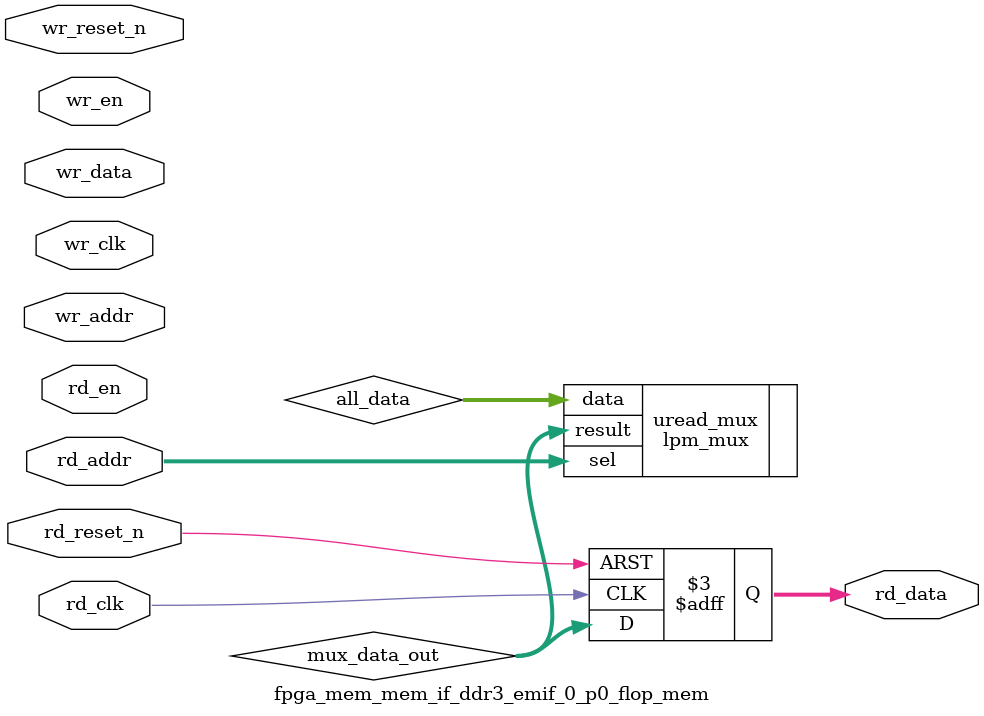
<source format=v>



`timescale 1 ps / 1 ps

(* altera_attribute = "-name ALLOW_SYNCH_CTRL_USAGE ON;-name AUTO_CLOCK_ENABLE_RECOGNITION ON" *)
module fpga_mem_mem_if_ddr3_emif_0_p0_flop_mem(
	wr_reset_n,
	wr_clk,
	wr_en,
	wr_addr,
	wr_data,
	rd_reset_n,
	rd_clk,
	rd_en,
	rd_addr,
	rd_data
);

parameter WRITE_MEM_DEPTH	= "";
parameter WRITE_ADDR_WIDTH	= "";
parameter WRITE_DATA_WIDTH	= "";
parameter READ_MEM_DEPTH	= "";
parameter READ_ADDR_WIDTH	= "";		 
parameter READ_DATA_WIDTH	= "";


input	wr_reset_n;
input	wr_clk;
input	wr_en;
input	[WRITE_ADDR_WIDTH-1:0] wr_addr;
input	[WRITE_DATA_WIDTH-1:0] wr_data;
input	rd_reset_n;
input	rd_clk;
input	rd_en;
input	[READ_ADDR_WIDTH-1:0] rd_addr;
output	[READ_DATA_WIDTH-1:0] rd_data;



wire	[WRITE_DATA_WIDTH*WRITE_MEM_DEPTH-1:0] all_data;
wire	[READ_DATA_WIDTH-1:0] mux_data_out;



// declare a memory with WRITE_MEM_DEPTH entries
// each entry contains a data size of WRITE_DATA_WIDTH
reg	[WRITE_DATA_WIDTH-1:0] data_stored [0:WRITE_MEM_DEPTH-1] /* synthesis syn_preserve = 1 */;
reg	[READ_DATA_WIDTH-1:0] rd_data;

generate
genvar entry;
	for (entry=0; entry < WRITE_MEM_DEPTH; entry=entry+1)
	begin: mem_location
		assign all_data[(WRITE_DATA_WIDTH*(entry+1)-1) : (WRITE_DATA_WIDTH*entry)] = data_stored[entry]; 
		
		always @(posedge wr_clk or negedge wr_reset_n)
		begin
			if (~wr_reset_n) begin
				data_stored[entry] <= {WRITE_DATA_WIDTH{1'b0}};
			end else begin
				if (wr_en) begin
					if (entry == wr_addr) begin
						data_stored[entry] <= wr_data;
					end
				end
			end
		end		
	end
endgenerate

// mux to select the correct output data based on read address
lpm_mux	uread_mux(
	.sel (rd_addr),
	.data (all_data),
	.result (mux_data_out)
	// synopsys translate_off
	,
	.aclr (),
	.clken (),
	.clock ()
	// synopsys translate_on
	);
 defparam uread_mux.lpm_size = READ_MEM_DEPTH;
 defparam uread_mux.lpm_type = "LPM_MUX";
 defparam uread_mux.lpm_width = READ_DATA_WIDTH;
 defparam uread_mux.lpm_widths = READ_ADDR_WIDTH;

always @(posedge rd_clk or negedge rd_reset_n)	
begin
	if (~rd_reset_n) begin
		rd_data <= {READ_DATA_WIDTH{1'b0}};
	end else begin
		rd_data <= mux_data_out;
	end
end

endmodule

</source>
